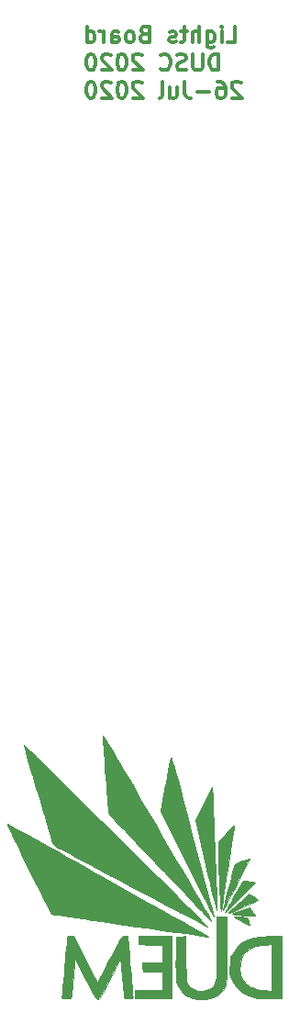
<source format=gbr>
G04 #@! TF.GenerationSoftware,KiCad,Pcbnew,(5.1.4-0-10_14)*
G04 #@! TF.CreationDate,2020-07-27T00:28:24+01:00*
G04 #@! TF.ProjectId,lightsBoard,6c696768-7473-4426-9f61-72642e6b6963,rev?*
G04 #@! TF.SameCoordinates,Original*
G04 #@! TF.FileFunction,Legend,Bot*
G04 #@! TF.FilePolarity,Positive*
%FSLAX46Y46*%
G04 Gerber Fmt 4.6, Leading zero omitted, Abs format (unit mm)*
G04 Created by KiCad (PCBNEW (5.1.4-0-10_14)) date 2020-07-27 00:28:24*
%MOMM*%
%LPD*%
G04 APERTURE LIST*
%ADD10C,0.300000*%
%ADD11C,0.010000*%
G04 APERTURE END LIST*
D10*
X100602714Y-52738571D02*
X101317000Y-52738571D01*
X101317000Y-51238571D01*
X100102714Y-52738571D02*
X100102714Y-51738571D01*
X100102714Y-51238571D02*
X100174142Y-51310000D01*
X100102714Y-51381428D01*
X100031285Y-51310000D01*
X100102714Y-51238571D01*
X100102714Y-51381428D01*
X98745571Y-51738571D02*
X98745571Y-52952857D01*
X98817000Y-53095714D01*
X98888428Y-53167142D01*
X99031285Y-53238571D01*
X99245571Y-53238571D01*
X99388428Y-53167142D01*
X98745571Y-52667142D02*
X98888428Y-52738571D01*
X99174142Y-52738571D01*
X99317000Y-52667142D01*
X99388428Y-52595714D01*
X99459857Y-52452857D01*
X99459857Y-52024285D01*
X99388428Y-51881428D01*
X99317000Y-51810000D01*
X99174142Y-51738571D01*
X98888428Y-51738571D01*
X98745571Y-51810000D01*
X98031285Y-52738571D02*
X98031285Y-51238571D01*
X97388428Y-52738571D02*
X97388428Y-51952857D01*
X97459857Y-51810000D01*
X97602714Y-51738571D01*
X97817000Y-51738571D01*
X97959857Y-51810000D01*
X98031285Y-51881428D01*
X96888428Y-51738571D02*
X96317000Y-51738571D01*
X96674142Y-51238571D02*
X96674142Y-52524285D01*
X96602714Y-52667142D01*
X96459857Y-52738571D01*
X96317000Y-52738571D01*
X95888428Y-52667142D02*
X95745571Y-52738571D01*
X95459857Y-52738571D01*
X95317000Y-52667142D01*
X95245571Y-52524285D01*
X95245571Y-52452857D01*
X95317000Y-52310000D01*
X95459857Y-52238571D01*
X95674142Y-52238571D01*
X95817000Y-52167142D01*
X95888428Y-52024285D01*
X95888428Y-51952857D01*
X95817000Y-51810000D01*
X95674142Y-51738571D01*
X95459857Y-51738571D01*
X95317000Y-51810000D01*
X92959857Y-51952857D02*
X92745571Y-52024285D01*
X92674142Y-52095714D01*
X92602714Y-52238571D01*
X92602714Y-52452857D01*
X92674142Y-52595714D01*
X92745571Y-52667142D01*
X92888428Y-52738571D01*
X93459857Y-52738571D01*
X93459857Y-51238571D01*
X92959857Y-51238571D01*
X92817000Y-51310000D01*
X92745571Y-51381428D01*
X92674142Y-51524285D01*
X92674142Y-51667142D01*
X92745571Y-51810000D01*
X92817000Y-51881428D01*
X92959857Y-51952857D01*
X93459857Y-51952857D01*
X91745571Y-52738571D02*
X91888428Y-52667142D01*
X91959857Y-52595714D01*
X92031285Y-52452857D01*
X92031285Y-52024285D01*
X91959857Y-51881428D01*
X91888428Y-51810000D01*
X91745571Y-51738571D01*
X91531285Y-51738571D01*
X91388428Y-51810000D01*
X91317000Y-51881428D01*
X91245571Y-52024285D01*
X91245571Y-52452857D01*
X91317000Y-52595714D01*
X91388428Y-52667142D01*
X91531285Y-52738571D01*
X91745571Y-52738571D01*
X89959857Y-52738571D02*
X89959857Y-51952857D01*
X90031285Y-51810000D01*
X90174142Y-51738571D01*
X90459857Y-51738571D01*
X90602714Y-51810000D01*
X89959857Y-52667142D02*
X90102714Y-52738571D01*
X90459857Y-52738571D01*
X90602714Y-52667142D01*
X90674142Y-52524285D01*
X90674142Y-52381428D01*
X90602714Y-52238571D01*
X90459857Y-52167142D01*
X90102714Y-52167142D01*
X89959857Y-52095714D01*
X89245571Y-52738571D02*
X89245571Y-51738571D01*
X89245571Y-52024285D02*
X89174142Y-51881428D01*
X89102714Y-51810000D01*
X88959857Y-51738571D01*
X88817000Y-51738571D01*
X87674142Y-52738571D02*
X87674142Y-51238571D01*
X87674142Y-52667142D02*
X87817000Y-52738571D01*
X88102714Y-52738571D01*
X88245571Y-52667142D01*
X88317000Y-52595714D01*
X88388428Y-52452857D01*
X88388428Y-52024285D01*
X88317000Y-51881428D01*
X88245571Y-51810000D01*
X88102714Y-51738571D01*
X87817000Y-51738571D01*
X87674142Y-51810000D01*
X99817000Y-55288571D02*
X99817000Y-53788571D01*
X99459857Y-53788571D01*
X99245571Y-53860000D01*
X99102714Y-54002857D01*
X99031285Y-54145714D01*
X98959857Y-54431428D01*
X98959857Y-54645714D01*
X99031285Y-54931428D01*
X99102714Y-55074285D01*
X99245571Y-55217142D01*
X99459857Y-55288571D01*
X99817000Y-55288571D01*
X98317000Y-53788571D02*
X98317000Y-55002857D01*
X98245571Y-55145714D01*
X98174142Y-55217142D01*
X98031285Y-55288571D01*
X97745571Y-55288571D01*
X97602714Y-55217142D01*
X97531285Y-55145714D01*
X97459857Y-55002857D01*
X97459857Y-53788571D01*
X96817000Y-55217142D02*
X96602714Y-55288571D01*
X96245571Y-55288571D01*
X96102714Y-55217142D01*
X96031285Y-55145714D01*
X95959857Y-55002857D01*
X95959857Y-54860000D01*
X96031285Y-54717142D01*
X96102714Y-54645714D01*
X96245571Y-54574285D01*
X96531285Y-54502857D01*
X96674142Y-54431428D01*
X96745571Y-54360000D01*
X96817000Y-54217142D01*
X96817000Y-54074285D01*
X96745571Y-53931428D01*
X96674142Y-53860000D01*
X96531285Y-53788571D01*
X96174142Y-53788571D01*
X95959857Y-53860000D01*
X94459857Y-55145714D02*
X94531285Y-55217142D01*
X94745571Y-55288571D01*
X94888428Y-55288571D01*
X95102714Y-55217142D01*
X95245571Y-55074285D01*
X95317000Y-54931428D01*
X95388428Y-54645714D01*
X95388428Y-54431428D01*
X95317000Y-54145714D01*
X95245571Y-54002857D01*
X95102714Y-53860000D01*
X94888428Y-53788571D01*
X94745571Y-53788571D01*
X94531285Y-53860000D01*
X94459857Y-53931428D01*
X92745571Y-53931428D02*
X92674142Y-53860000D01*
X92531285Y-53788571D01*
X92174142Y-53788571D01*
X92031285Y-53860000D01*
X91959857Y-53931428D01*
X91888428Y-54074285D01*
X91888428Y-54217142D01*
X91959857Y-54431428D01*
X92817000Y-55288571D01*
X91888428Y-55288571D01*
X90959857Y-53788571D02*
X90817000Y-53788571D01*
X90674142Y-53860000D01*
X90602714Y-53931428D01*
X90531285Y-54074285D01*
X90459857Y-54360000D01*
X90459857Y-54717142D01*
X90531285Y-55002857D01*
X90602714Y-55145714D01*
X90674142Y-55217142D01*
X90817000Y-55288571D01*
X90959857Y-55288571D01*
X91102714Y-55217142D01*
X91174142Y-55145714D01*
X91245571Y-55002857D01*
X91317000Y-54717142D01*
X91317000Y-54360000D01*
X91245571Y-54074285D01*
X91174142Y-53931428D01*
X91102714Y-53860000D01*
X90959857Y-53788571D01*
X89888428Y-53931428D02*
X89817000Y-53860000D01*
X89674142Y-53788571D01*
X89317000Y-53788571D01*
X89174142Y-53860000D01*
X89102714Y-53931428D01*
X89031285Y-54074285D01*
X89031285Y-54217142D01*
X89102714Y-54431428D01*
X89959857Y-55288571D01*
X89031285Y-55288571D01*
X88102714Y-53788571D02*
X87959857Y-53788571D01*
X87817000Y-53860000D01*
X87745571Y-53931428D01*
X87674142Y-54074285D01*
X87602714Y-54360000D01*
X87602714Y-54717142D01*
X87674142Y-55002857D01*
X87745571Y-55145714D01*
X87817000Y-55217142D01*
X87959857Y-55288571D01*
X88102714Y-55288571D01*
X88245571Y-55217142D01*
X88317000Y-55145714D01*
X88388428Y-55002857D01*
X88459857Y-54717142D01*
X88459857Y-54360000D01*
X88388428Y-54074285D01*
X88317000Y-53931428D01*
X88245571Y-53860000D01*
X88102714Y-53788571D01*
X101888428Y-56481428D02*
X101817000Y-56410000D01*
X101674142Y-56338571D01*
X101317000Y-56338571D01*
X101174142Y-56410000D01*
X101102714Y-56481428D01*
X101031285Y-56624285D01*
X101031285Y-56767142D01*
X101102714Y-56981428D01*
X101959857Y-57838571D01*
X101031285Y-57838571D01*
X99745571Y-56338571D02*
X100031285Y-56338571D01*
X100174142Y-56410000D01*
X100245571Y-56481428D01*
X100388428Y-56695714D01*
X100459857Y-56981428D01*
X100459857Y-57552857D01*
X100388428Y-57695714D01*
X100317000Y-57767142D01*
X100174142Y-57838571D01*
X99888428Y-57838571D01*
X99745571Y-57767142D01*
X99674142Y-57695714D01*
X99602714Y-57552857D01*
X99602714Y-57195714D01*
X99674142Y-57052857D01*
X99745571Y-56981428D01*
X99888428Y-56910000D01*
X100174142Y-56910000D01*
X100317000Y-56981428D01*
X100388428Y-57052857D01*
X100459857Y-57195714D01*
X98959857Y-57267142D02*
X97817000Y-57267142D01*
X96674142Y-56338571D02*
X96674142Y-57410000D01*
X96745571Y-57624285D01*
X96888428Y-57767142D01*
X97102714Y-57838571D01*
X97245571Y-57838571D01*
X95317000Y-56838571D02*
X95317000Y-57838571D01*
X95959857Y-56838571D02*
X95959857Y-57624285D01*
X95888428Y-57767142D01*
X95745571Y-57838571D01*
X95531285Y-57838571D01*
X95388428Y-57767142D01*
X95317000Y-57695714D01*
X94388428Y-57838571D02*
X94531285Y-57767142D01*
X94602714Y-57624285D01*
X94602714Y-56338571D01*
X92745571Y-56481428D02*
X92674142Y-56410000D01*
X92531285Y-56338571D01*
X92174142Y-56338571D01*
X92031285Y-56410000D01*
X91959857Y-56481428D01*
X91888428Y-56624285D01*
X91888428Y-56767142D01*
X91959857Y-56981428D01*
X92817000Y-57838571D01*
X91888428Y-57838571D01*
X90959857Y-56338571D02*
X90817000Y-56338571D01*
X90674142Y-56410000D01*
X90602714Y-56481428D01*
X90531285Y-56624285D01*
X90459857Y-56910000D01*
X90459857Y-57267142D01*
X90531285Y-57552857D01*
X90602714Y-57695714D01*
X90674142Y-57767142D01*
X90817000Y-57838571D01*
X90959857Y-57838571D01*
X91102714Y-57767142D01*
X91174142Y-57695714D01*
X91245571Y-57552857D01*
X91317000Y-57267142D01*
X91317000Y-56910000D01*
X91245571Y-56624285D01*
X91174142Y-56481428D01*
X91102714Y-56410000D01*
X90959857Y-56338571D01*
X89888428Y-56481428D02*
X89817000Y-56410000D01*
X89674142Y-56338571D01*
X89317000Y-56338571D01*
X89174142Y-56410000D01*
X89102714Y-56481428D01*
X89031285Y-56624285D01*
X89031285Y-56767142D01*
X89102714Y-56981428D01*
X89959857Y-57838571D01*
X89031285Y-57838571D01*
X88102714Y-56338571D02*
X87959857Y-56338571D01*
X87817000Y-56410000D01*
X87745571Y-56481428D01*
X87674142Y-56624285D01*
X87602714Y-56910000D01*
X87602714Y-57267142D01*
X87674142Y-57552857D01*
X87745571Y-57695714D01*
X87817000Y-57767142D01*
X87959857Y-57838571D01*
X88102714Y-57838571D01*
X88245571Y-57767142D01*
X88317000Y-57695714D01*
X88388428Y-57552857D01*
X88459857Y-57267142D01*
X88459857Y-56910000D01*
X88388428Y-56624285D01*
X88317000Y-56481428D01*
X88245571Y-56410000D01*
X88102714Y-56338571D01*
D11*
G36*
X97674172Y-124441918D02*
G01*
X98630442Y-128578459D01*
X98818426Y-129388934D01*
X98995808Y-130148524D01*
X99158809Y-130841410D01*
X99303652Y-131451773D01*
X99426558Y-131963796D01*
X99523748Y-132361659D01*
X99591446Y-132629545D01*
X99625871Y-132751636D01*
X99628578Y-132757333D01*
X99640281Y-132693947D01*
X99643350Y-132490746D01*
X99638033Y-132177013D01*
X99624581Y-131782034D01*
X99619202Y-131656666D01*
X99605009Y-131321244D01*
X99585921Y-130841634D01*
X99562874Y-130242884D01*
X99536807Y-129550039D01*
X99508660Y-128788144D01*
X99479371Y-127982246D01*
X99449879Y-127157391D01*
X99438338Y-126830666D01*
X99409297Y-126017882D01*
X99380143Y-125224826D01*
X99351785Y-124474653D01*
X99325131Y-123790517D01*
X99301091Y-123195572D01*
X99280574Y-122712971D01*
X99264488Y-122365871D01*
X99258859Y-122258666D01*
X99209002Y-121369666D01*
X97674172Y-124441918D01*
X97674172Y-124441918D01*
G37*
X97674172Y-124441918D02*
X98630442Y-128578459D01*
X98818426Y-129388934D01*
X98995808Y-130148524D01*
X99158809Y-130841410D01*
X99303652Y-131451773D01*
X99426558Y-131963796D01*
X99523748Y-132361659D01*
X99591446Y-132629545D01*
X99625871Y-132751636D01*
X99628578Y-132757333D01*
X99640281Y-132693947D01*
X99643350Y-132490746D01*
X99638033Y-132177013D01*
X99624581Y-131782034D01*
X99619202Y-131656666D01*
X99605009Y-131321244D01*
X99585921Y-130841634D01*
X99562874Y-130242884D01*
X99536807Y-129550039D01*
X99508660Y-128788144D01*
X99479371Y-127982246D01*
X99449879Y-127157391D01*
X99438338Y-126830666D01*
X99409297Y-126017882D01*
X99380143Y-125224826D01*
X99351785Y-124474653D01*
X99325131Y-123790517D01*
X99301091Y-123195572D01*
X99280574Y-122712971D01*
X99264488Y-122365871D01*
X99258859Y-122258666D01*
X99209002Y-121369666D01*
X97674172Y-124441918D01*
G36*
X101169453Y-124959952D02*
G01*
X101011898Y-125108515D01*
X100786397Y-125338124D01*
X100515580Y-125626334D01*
X100479214Y-125665857D01*
X99757381Y-126452224D01*
X99834883Y-129117945D01*
X99856172Y-129799873D01*
X99879224Y-130450286D01*
X99902921Y-131043589D01*
X99926149Y-131554186D01*
X99947791Y-131956482D01*
X99966732Y-132224880D01*
X99973026Y-132286750D01*
X100033667Y-132789834D01*
X100187110Y-131778750D01*
X100238247Y-131446570D01*
X100311707Y-130976048D01*
X100402937Y-130396028D01*
X100507380Y-129735355D01*
X100620481Y-129022872D01*
X100737684Y-128287424D01*
X100806186Y-127858964D01*
X100913944Y-127178714D01*
X101010886Y-126552935D01*
X101094196Y-126000897D01*
X101161058Y-125541870D01*
X101208655Y-125195125D01*
X101234172Y-124979931D01*
X101236432Y-124914876D01*
X101169453Y-124959952D01*
X101169453Y-124959952D01*
G37*
X101169453Y-124959952D02*
X101011898Y-125108515D01*
X100786397Y-125338124D01*
X100515580Y-125626334D01*
X100479214Y-125665857D01*
X99757381Y-126452224D01*
X99834883Y-129117945D01*
X99856172Y-129799873D01*
X99879224Y-130450286D01*
X99902921Y-131043589D01*
X99926149Y-131554186D01*
X99947791Y-131956482D01*
X99966732Y-132224880D01*
X99973026Y-132286750D01*
X100033667Y-132789834D01*
X100187110Y-131778750D01*
X100238247Y-131446570D01*
X100311707Y-130976048D01*
X100402937Y-130396028D01*
X100507380Y-129735355D01*
X100620481Y-129022872D01*
X100737684Y-128287424D01*
X100806186Y-127858964D01*
X100913944Y-127178714D01*
X101010886Y-126552935D01*
X101094196Y-126000897D01*
X101161058Y-125541870D01*
X101208655Y-125195125D01*
X101234172Y-124979931D01*
X101236432Y-124914876D01*
X101169453Y-124959952D01*
G36*
X102573700Y-127964232D02*
G01*
X102370758Y-128032111D01*
X102085959Y-128138027D01*
X101959700Y-128187293D01*
X101285598Y-128453673D01*
X101146709Y-129018003D01*
X101080128Y-129283168D01*
X100980292Y-129673911D01*
X100857040Y-130152056D01*
X100720210Y-130679421D01*
X100592210Y-131169833D01*
X100465388Y-131659336D01*
X100356976Y-132087599D01*
X100273060Y-132429746D01*
X100219726Y-132660907D01*
X100203059Y-132756207D01*
X100203792Y-132757333D01*
X100247526Y-132684886D01*
X100358755Y-132479501D01*
X100528090Y-132159116D01*
X100746140Y-131741666D01*
X101003517Y-131245087D01*
X101290831Y-130687314D01*
X101455885Y-130365500D01*
X101753980Y-129781229D01*
X102024413Y-129246957D01*
X102258175Y-128780819D01*
X102446255Y-128400949D01*
X102579645Y-128125482D01*
X102649335Y-127972552D01*
X102657295Y-127947289D01*
X102573700Y-127964232D01*
X102573700Y-127964232D01*
G37*
X102573700Y-127964232D02*
X102370758Y-128032111D01*
X102085959Y-128138027D01*
X101959700Y-128187293D01*
X101285598Y-128453673D01*
X101146709Y-129018003D01*
X101080128Y-129283168D01*
X100980292Y-129673911D01*
X100857040Y-130152056D01*
X100720210Y-130679421D01*
X100592210Y-131169833D01*
X100465388Y-131659336D01*
X100356976Y-132087599D01*
X100273060Y-132429746D01*
X100219726Y-132660907D01*
X100203059Y-132756207D01*
X100203792Y-132757333D01*
X100247526Y-132684886D01*
X100358755Y-132479501D01*
X100528090Y-132159116D01*
X100746140Y-131741666D01*
X101003517Y-131245087D01*
X101290831Y-130687314D01*
X101455885Y-130365500D01*
X101753980Y-129781229D01*
X102024413Y-129246957D01*
X102258175Y-128780819D01*
X102446255Y-128400949D01*
X102579645Y-128125482D01*
X102649335Y-127972552D01*
X102657295Y-127947289D01*
X102573700Y-127964232D01*
G36*
X101427979Y-131127500D02*
G01*
X101189982Y-131546026D01*
X100963390Y-131943688D01*
X100770194Y-132281949D01*
X100632385Y-132522270D01*
X100606676Y-132566833D01*
X100492890Y-132773070D01*
X100431613Y-132903249D01*
X100428751Y-132926666D01*
X100494508Y-132869402D01*
X100662543Y-132708771D01*
X100915770Y-132461518D01*
X101237103Y-132144386D01*
X101609459Y-131774117D01*
X101841828Y-131541856D01*
X103224730Y-130157045D01*
X102952115Y-130102522D01*
X102670836Y-130064480D01*
X102368605Y-130048017D01*
X102360341Y-130048000D01*
X102041181Y-130048000D01*
X101427979Y-131127500D01*
X101427979Y-131127500D01*
G37*
X101427979Y-131127500D02*
X101189982Y-131546026D01*
X100963390Y-131943688D01*
X100770194Y-132281949D01*
X100632385Y-132522270D01*
X100606676Y-132566833D01*
X100492890Y-132773070D01*
X100431613Y-132903249D01*
X100428751Y-132926666D01*
X100494508Y-132869402D01*
X100662543Y-132708771D01*
X100915770Y-132461518D01*
X101237103Y-132144386D01*
X101609459Y-131774117D01*
X101841828Y-131541856D01*
X103224730Y-130157045D01*
X102952115Y-130102522D01*
X102670836Y-130064480D01*
X102368605Y-130048017D01*
X102360341Y-130048000D01*
X102041181Y-130048000D01*
X101427979Y-131127500D01*
G36*
X101788590Y-131965697D02*
G01*
X101402056Y-132317691D01*
X101123742Y-132572127D01*
X100936679Y-132745468D01*
X100823897Y-132854182D01*
X100768428Y-132914734D01*
X100753303Y-132943589D01*
X100761553Y-132957214D01*
X100764421Y-132959486D01*
X100848460Y-132935841D01*
X101061383Y-132854723D01*
X101377009Y-132726693D01*
X101769156Y-132562314D01*
X102094480Y-132422934D01*
X102526245Y-132232449D01*
X102898898Y-132060634D01*
X103186468Y-131920063D01*
X103362984Y-131823314D01*
X103406813Y-131787472D01*
X103348097Y-131706340D01*
X103182403Y-131574560D01*
X103016035Y-131464856D01*
X102611736Y-131216394D01*
X101788590Y-131965697D01*
X101788590Y-131965697D01*
G37*
X101788590Y-131965697D02*
X101402056Y-132317691D01*
X101123742Y-132572127D01*
X100936679Y-132745468D01*
X100823897Y-132854182D01*
X100768428Y-132914734D01*
X100753303Y-132943589D01*
X100761553Y-132957214D01*
X100764421Y-132959486D01*
X100848460Y-132935841D01*
X101061383Y-132854723D01*
X101377009Y-132726693D01*
X101769156Y-132562314D01*
X102094480Y-132422934D01*
X102526245Y-132232449D01*
X102898898Y-132060634D01*
X103186468Y-131920063D01*
X103362984Y-131823314D01*
X103406813Y-131787472D01*
X103348097Y-131706340D01*
X103182403Y-131574560D01*
X103016035Y-131464856D01*
X102611736Y-131216394D01*
X101788590Y-131965697D01*
G36*
X101778039Y-132766970D02*
G01*
X101424312Y-132885829D01*
X101193679Y-132975815D01*
X101093446Y-133042998D01*
X101130919Y-133093451D01*
X101313401Y-133133244D01*
X101648198Y-133168450D01*
X102142615Y-133205138D01*
X102319640Y-133217106D01*
X102716873Y-133242139D01*
X102971889Y-133251261D01*
X103111317Y-133241403D01*
X103161786Y-133209498D01*
X103149923Y-133152478D01*
X103134419Y-133123246D01*
X103021843Y-132952902D01*
X102863776Y-132744593D01*
X102848111Y-132725324D01*
X102648516Y-132481648D01*
X101778039Y-132766970D01*
X101778039Y-132766970D01*
G37*
X101778039Y-132766970D02*
X101424312Y-132885829D01*
X101193679Y-132975815D01*
X101093446Y-133042998D01*
X101130919Y-133093451D01*
X101313401Y-133133244D01*
X101648198Y-133168450D01*
X102142615Y-133205138D01*
X102319640Y-133217106D01*
X102716873Y-133242139D01*
X102971889Y-133251261D01*
X103111317Y-133241403D01*
X103161786Y-133209498D01*
X103149923Y-133152478D01*
X103134419Y-133123246D01*
X103021843Y-132952902D01*
X102863776Y-132744593D01*
X102848111Y-132725324D01*
X102648516Y-132481648D01*
X101778039Y-132766970D01*
G36*
X95388550Y-118776332D02*
G01*
X95334293Y-119018835D01*
X95259171Y-119385142D01*
X95167453Y-119853775D01*
X95063407Y-120403254D01*
X94951302Y-121012102D01*
X94923571Y-121165232D01*
X94486706Y-123585464D01*
X96942776Y-128531232D01*
X97363320Y-129376663D01*
X97760038Y-130171441D01*
X98126840Y-130903548D01*
X98457640Y-131560965D01*
X98746349Y-132131674D01*
X98986879Y-132603655D01*
X99173142Y-132964891D01*
X99299050Y-133203363D01*
X99358516Y-133307052D01*
X99362247Y-133307666D01*
X99335686Y-133202744D01*
X99269651Y-132948925D01*
X99168050Y-132560996D01*
X99034788Y-132053742D01*
X98873775Y-131441948D01*
X98688917Y-130740402D01*
X98484121Y-129963888D01*
X98263296Y-129127192D01*
X98030348Y-128245101D01*
X97789184Y-127332399D01*
X97543713Y-126403872D01*
X97297842Y-125474307D01*
X97055477Y-124558489D01*
X96820527Y-123671204D01*
X96596899Y-122827237D01*
X96388499Y-122041374D01*
X96199237Y-121328402D01*
X96033018Y-120703105D01*
X95893750Y-120180270D01*
X95832026Y-119949111D01*
X95709760Y-119507815D01*
X95598488Y-119136050D01*
X95506514Y-118859271D01*
X95442146Y-118702938D01*
X95417673Y-118679111D01*
X95388550Y-118776332D01*
X95388550Y-118776332D01*
G37*
X95388550Y-118776332D02*
X95334293Y-119018835D01*
X95259171Y-119385142D01*
X95167453Y-119853775D01*
X95063407Y-120403254D01*
X94951302Y-121012102D01*
X94923571Y-121165232D01*
X94486706Y-123585464D01*
X96942776Y-128531232D01*
X97363320Y-129376663D01*
X97760038Y-130171441D01*
X98126840Y-130903548D01*
X98457640Y-131560965D01*
X98746349Y-132131674D01*
X98986879Y-132603655D01*
X99173142Y-132964891D01*
X99299050Y-133203363D01*
X99358516Y-133307052D01*
X99362247Y-133307666D01*
X99335686Y-133202744D01*
X99269651Y-132948925D01*
X99168050Y-132560996D01*
X99034788Y-132053742D01*
X98873775Y-131441948D01*
X98688917Y-130740402D01*
X98484121Y-129963888D01*
X98263296Y-129127192D01*
X98030348Y-128245101D01*
X97789184Y-127332399D01*
X97543713Y-126403872D01*
X97297842Y-125474307D01*
X97055477Y-124558489D01*
X96820527Y-123671204D01*
X96596899Y-122827237D01*
X96388499Y-122041374D01*
X96199237Y-121328402D01*
X96033018Y-120703105D01*
X95893750Y-120180270D01*
X95832026Y-119949111D01*
X95709760Y-119507815D01*
X95598488Y-119136050D01*
X95506514Y-118859271D01*
X95442146Y-118702938D01*
X95417673Y-118679111D01*
X95388550Y-118776332D01*
G36*
X89119323Y-116746873D02*
G01*
X89125581Y-116859874D01*
X89137895Y-117022718D01*
X89159943Y-117326269D01*
X89189710Y-117742309D01*
X89225184Y-118242619D01*
X89264350Y-118798980D01*
X89284289Y-119083666D01*
X89331752Y-119751040D01*
X89383809Y-120463714D01*
X89436570Y-121169704D01*
X89486144Y-121817024D01*
X89528642Y-122353689D01*
X89533129Y-122408776D01*
X89645807Y-123786552D01*
X89965196Y-124144442D01*
X90106780Y-124298706D01*
X90347136Y-124555648D01*
X90667807Y-124895752D01*
X91050339Y-125299500D01*
X91476275Y-125747377D01*
X91927160Y-126219865D01*
X91984126Y-126279444D01*
X92469881Y-126787605D01*
X92963173Y-127304075D01*
X93438680Y-127802312D01*
X93871081Y-128255774D01*
X94235054Y-128637918D01*
X94488108Y-128904110D01*
X94766479Y-129196811D01*
X95136733Y-129585246D01*
X95573566Y-130042917D01*
X96051672Y-130543325D01*
X96545748Y-131059972D01*
X96995347Y-131529666D01*
X97442768Y-131997293D01*
X97862398Y-132436714D01*
X98236931Y-132829742D01*
X98549059Y-133158188D01*
X98781475Y-133403863D01*
X98916873Y-133548579D01*
X98928847Y-133561666D01*
X99058910Y-133686385D01*
X99118757Y-133705634D01*
X99115919Y-133676587D01*
X99067265Y-133583242D01*
X98939567Y-133355079D01*
X98739356Y-133003399D01*
X98473161Y-132539502D01*
X98147514Y-131974689D01*
X97768946Y-131320261D01*
X97343987Y-130587517D01*
X96879168Y-129787759D01*
X96381021Y-128932288D01*
X95856074Y-128032404D01*
X95666370Y-127707587D01*
X95088237Y-126717889D01*
X94500744Y-125711967D01*
X93914588Y-124708152D01*
X93340469Y-123724772D01*
X92789085Y-122780157D01*
X92271134Y-121892637D01*
X91797313Y-121080541D01*
X91378322Y-120362198D01*
X91024859Y-119755939D01*
X90781150Y-119337666D01*
X90431106Y-118738411D01*
X90104918Y-118183397D01*
X89813090Y-117690235D01*
X89566122Y-117276532D01*
X89374517Y-116959898D01*
X89248776Y-116757943D01*
X89202442Y-116690540D01*
X89137419Y-116651725D01*
X89119323Y-116746873D01*
X89119323Y-116746873D01*
G37*
X89119323Y-116746873D02*
X89125581Y-116859874D01*
X89137895Y-117022718D01*
X89159943Y-117326269D01*
X89189710Y-117742309D01*
X89225184Y-118242619D01*
X89264350Y-118798980D01*
X89284289Y-119083666D01*
X89331752Y-119751040D01*
X89383809Y-120463714D01*
X89436570Y-121169704D01*
X89486144Y-121817024D01*
X89528642Y-122353689D01*
X89533129Y-122408776D01*
X89645807Y-123786552D01*
X89965196Y-124144442D01*
X90106780Y-124298706D01*
X90347136Y-124555648D01*
X90667807Y-124895752D01*
X91050339Y-125299500D01*
X91476275Y-125747377D01*
X91927160Y-126219865D01*
X91984126Y-126279444D01*
X92469881Y-126787605D01*
X92963173Y-127304075D01*
X93438680Y-127802312D01*
X93871081Y-128255774D01*
X94235054Y-128637918D01*
X94488108Y-128904110D01*
X94766479Y-129196811D01*
X95136733Y-129585246D01*
X95573566Y-130042917D01*
X96051672Y-130543325D01*
X96545748Y-131059972D01*
X96995347Y-131529666D01*
X97442768Y-131997293D01*
X97862398Y-132436714D01*
X98236931Y-132829742D01*
X98549059Y-133158188D01*
X98781475Y-133403863D01*
X98916873Y-133548579D01*
X98928847Y-133561666D01*
X99058910Y-133686385D01*
X99118757Y-133705634D01*
X99115919Y-133676587D01*
X99067265Y-133583242D01*
X98939567Y-133355079D01*
X98739356Y-133003399D01*
X98473161Y-132539502D01*
X98147514Y-131974689D01*
X97768946Y-131320261D01*
X97343987Y-130587517D01*
X96879168Y-129787759D01*
X96381021Y-128932288D01*
X95856074Y-128032404D01*
X95666370Y-127707587D01*
X95088237Y-126717889D01*
X94500744Y-125711967D01*
X93914588Y-124708152D01*
X93340469Y-123724772D01*
X92789085Y-122780157D01*
X92271134Y-121892637D01*
X91797313Y-121080541D01*
X91378322Y-120362198D01*
X91024859Y-119755939D01*
X90781150Y-119337666D01*
X90431106Y-118738411D01*
X90104918Y-118183397D01*
X89813090Y-117690235D01*
X89566122Y-117276532D01*
X89374517Y-116959898D01*
X89248776Y-116757943D01*
X89202442Y-116690540D01*
X89137419Y-116651725D01*
X89119323Y-116746873D01*
G36*
X101209304Y-133289847D02*
G01*
X101207295Y-133291149D01*
X101263044Y-133340129D01*
X101429939Y-133447604D01*
X101670019Y-133591817D01*
X101945325Y-133751007D01*
X102217896Y-133903415D01*
X102449771Y-134027281D01*
X102602990Y-134100846D01*
X102639290Y-134112000D01*
X102645112Y-134040843D01*
X102601933Y-133860219D01*
X102564587Y-133742791D01*
X102438785Y-133373583D01*
X101837689Y-133317717D01*
X101538720Y-133294085D01*
X101314265Y-133284163D01*
X101209304Y-133289847D01*
X101209304Y-133289847D01*
G37*
X101209304Y-133289847D02*
X101207295Y-133291149D01*
X101263044Y-133340129D01*
X101429939Y-133447604D01*
X101670019Y-133591817D01*
X101945325Y-133751007D01*
X102217896Y-133903415D01*
X102449771Y-134027281D01*
X102602990Y-134100846D01*
X102639290Y-134112000D01*
X102645112Y-134040843D01*
X102601933Y-133860219D01*
X102564587Y-133742791D01*
X102438785Y-133373583D01*
X101837689Y-133317717D01*
X101538720Y-133294085D01*
X101314265Y-133284163D01*
X101209304Y-133289847D01*
G36*
X81841608Y-117537070D02*
G01*
X81903731Y-117764397D01*
X82003956Y-118118630D01*
X82137071Y-118582107D01*
X82297863Y-119137167D01*
X82481120Y-119766146D01*
X82681629Y-120451382D01*
X82894178Y-121175214D01*
X83113554Y-121919978D01*
X83334545Y-122668012D01*
X83551938Y-123401655D01*
X83760522Y-124103244D01*
X83955083Y-124755116D01*
X84130409Y-125339610D01*
X84281287Y-125839063D01*
X84402506Y-126235812D01*
X84488852Y-126512196D01*
X84535114Y-126650552D01*
X84540229Y-126662243D01*
X84624283Y-126719690D01*
X84837517Y-126843916D01*
X85158996Y-127023348D01*
X85567786Y-127246412D01*
X86042952Y-127501534D01*
X86424326Y-127703805D01*
X86968635Y-127991324D01*
X87626098Y-128339089D01*
X88360363Y-128727843D01*
X89135074Y-129138327D01*
X89913878Y-129551284D01*
X90660422Y-129947456D01*
X90932000Y-130091672D01*
X91678944Y-130488264D01*
X92492133Y-130919782D01*
X93330740Y-131364576D01*
X94153935Y-131800997D01*
X94920889Y-132207396D01*
X95590772Y-132562122D01*
X95758000Y-132650623D01*
X96337980Y-132958052D01*
X96891907Y-133252691D01*
X97395478Y-133521533D01*
X97824386Y-133751573D01*
X98154326Y-133929804D01*
X98360995Y-134043220D01*
X98372778Y-134049838D01*
X98602625Y-134171050D01*
X98754975Y-134235209D01*
X98796111Y-134230499D01*
X98732884Y-134162374D01*
X98556549Y-133982656D01*
X98274513Y-133698709D01*
X97894178Y-133317897D01*
X97422951Y-132847585D01*
X96868235Y-132295135D01*
X96237435Y-131667913D01*
X95537956Y-130973282D01*
X94777203Y-130218607D01*
X93962579Y-129411251D01*
X93101491Y-128558578D01*
X92201341Y-127667953D01*
X91525781Y-127000000D01*
X90575062Y-126060235D01*
X89640159Y-125136064D01*
X88730170Y-124236482D01*
X87854195Y-123370486D01*
X87021333Y-122547075D01*
X86240684Y-121775243D01*
X85521347Y-121063990D01*
X84872421Y-120422310D01*
X84303005Y-119859202D01*
X83822199Y-119383662D01*
X83439102Y-119004687D01*
X83162814Y-118731274D01*
X83067970Y-118637365D01*
X82698438Y-118273709D01*
X82371406Y-117956367D01*
X82105127Y-117702682D01*
X81917855Y-117529998D01*
X81827844Y-117455657D01*
X81822800Y-117454311D01*
X81841608Y-117537070D01*
X81841608Y-117537070D01*
G37*
X81841608Y-117537070D02*
X81903731Y-117764397D01*
X82003956Y-118118630D01*
X82137071Y-118582107D01*
X82297863Y-119137167D01*
X82481120Y-119766146D01*
X82681629Y-120451382D01*
X82894178Y-121175214D01*
X83113554Y-121919978D01*
X83334545Y-122668012D01*
X83551938Y-123401655D01*
X83760522Y-124103244D01*
X83955083Y-124755116D01*
X84130409Y-125339610D01*
X84281287Y-125839063D01*
X84402506Y-126235812D01*
X84488852Y-126512196D01*
X84535114Y-126650552D01*
X84540229Y-126662243D01*
X84624283Y-126719690D01*
X84837517Y-126843916D01*
X85158996Y-127023348D01*
X85567786Y-127246412D01*
X86042952Y-127501534D01*
X86424326Y-127703805D01*
X86968635Y-127991324D01*
X87626098Y-128339089D01*
X88360363Y-128727843D01*
X89135074Y-129138327D01*
X89913878Y-129551284D01*
X90660422Y-129947456D01*
X90932000Y-130091672D01*
X91678944Y-130488264D01*
X92492133Y-130919782D01*
X93330740Y-131364576D01*
X94153935Y-131800997D01*
X94920889Y-132207396D01*
X95590772Y-132562122D01*
X95758000Y-132650623D01*
X96337980Y-132958052D01*
X96891907Y-133252691D01*
X97395478Y-133521533D01*
X97824386Y-133751573D01*
X98154326Y-133929804D01*
X98360995Y-134043220D01*
X98372778Y-134049838D01*
X98602625Y-134171050D01*
X98754975Y-134235209D01*
X98796111Y-134230499D01*
X98732884Y-134162374D01*
X98556549Y-133982656D01*
X98274513Y-133698709D01*
X97894178Y-133317897D01*
X97422951Y-132847585D01*
X96868235Y-132295135D01*
X96237435Y-131667913D01*
X95537956Y-130973282D01*
X94777203Y-130218607D01*
X93962579Y-129411251D01*
X93101491Y-128558578D01*
X92201341Y-127667953D01*
X91525781Y-127000000D01*
X90575062Y-126060235D01*
X89640159Y-125136064D01*
X88730170Y-124236482D01*
X87854195Y-123370486D01*
X87021333Y-122547075D01*
X86240684Y-121775243D01*
X85521347Y-121063990D01*
X84872421Y-120422310D01*
X84303005Y-119859202D01*
X83822199Y-119383662D01*
X83439102Y-119004687D01*
X83162814Y-118731274D01*
X83067970Y-118637365D01*
X82698438Y-118273709D01*
X82371406Y-117956367D01*
X82105127Y-117702682D01*
X81917855Y-117529998D01*
X81827844Y-117455657D01*
X81822800Y-117454311D01*
X81841608Y-117537070D01*
G36*
X80286453Y-124747992D02*
G01*
X80319552Y-124824082D01*
X80419242Y-125035267D01*
X80577295Y-125364733D01*
X80785484Y-125795667D01*
X81035581Y-126311255D01*
X81319360Y-126894684D01*
X81628594Y-127529140D01*
X81955055Y-128197810D01*
X82290516Y-128883880D01*
X82626749Y-129570538D01*
X82955528Y-130240968D01*
X83268626Y-130878359D01*
X83557814Y-131465895D01*
X83814867Y-131986765D01*
X84031556Y-132424154D01*
X84199654Y-132761249D01*
X84310935Y-132981237D01*
X84357172Y-133067303D01*
X84357409Y-133067579D01*
X84441134Y-133082502D01*
X84673616Y-133118797D01*
X85036015Y-133173652D01*
X85509491Y-133244259D01*
X86075202Y-133327806D01*
X86714309Y-133421484D01*
X87376000Y-133517841D01*
X88154827Y-133630911D01*
X89060929Y-133762464D01*
X90054007Y-133906649D01*
X91093761Y-134057614D01*
X92139891Y-134209509D01*
X93152096Y-134356482D01*
X94090078Y-134492681D01*
X94149334Y-134501286D01*
X95159457Y-134647945D01*
X96014864Y-134772054D01*
X96728414Y-134875406D01*
X97312966Y-134959794D01*
X97781377Y-135027012D01*
X98146507Y-135078854D01*
X98421215Y-135117114D01*
X98618358Y-135143585D01*
X98750795Y-135160060D01*
X98831384Y-135168334D01*
X98872985Y-135170200D01*
X98888456Y-135167452D01*
X98890667Y-135162666D01*
X98860004Y-135138686D01*
X98763998Y-135078871D01*
X98596621Y-134979827D01*
X98351847Y-134838157D01*
X98023650Y-134650467D01*
X97606002Y-134413361D01*
X97092879Y-134123445D01*
X96478252Y-133777322D01*
X95756095Y-133371599D01*
X94920381Y-132902878D01*
X93965085Y-132367766D01*
X92884180Y-131762867D01*
X91671638Y-131084786D01*
X90321433Y-130330128D01*
X89281000Y-129748813D01*
X88805863Y-129483243D01*
X88209168Y-129149520D01*
X87517071Y-128762283D01*
X86755727Y-128336171D01*
X85951291Y-127885825D01*
X85129918Y-127425885D01*
X84317764Y-126970989D01*
X83863825Y-126716676D01*
X83154344Y-126319880D01*
X82491113Y-125950338D01*
X81888490Y-125615950D01*
X81360830Y-125324617D01*
X80922492Y-125084241D01*
X80587832Y-124902722D01*
X80371207Y-124787961D01*
X80286975Y-124747860D01*
X80286453Y-124747992D01*
X80286453Y-124747992D01*
G37*
X80286453Y-124747992D02*
X80319552Y-124824082D01*
X80419242Y-125035267D01*
X80577295Y-125364733D01*
X80785484Y-125795667D01*
X81035581Y-126311255D01*
X81319360Y-126894684D01*
X81628594Y-127529140D01*
X81955055Y-128197810D01*
X82290516Y-128883880D01*
X82626749Y-129570538D01*
X82955528Y-130240968D01*
X83268626Y-130878359D01*
X83557814Y-131465895D01*
X83814867Y-131986765D01*
X84031556Y-132424154D01*
X84199654Y-132761249D01*
X84310935Y-132981237D01*
X84357172Y-133067303D01*
X84357409Y-133067579D01*
X84441134Y-133082502D01*
X84673616Y-133118797D01*
X85036015Y-133173652D01*
X85509491Y-133244259D01*
X86075202Y-133327806D01*
X86714309Y-133421484D01*
X87376000Y-133517841D01*
X88154827Y-133630911D01*
X89060929Y-133762464D01*
X90054007Y-133906649D01*
X91093761Y-134057614D01*
X92139891Y-134209509D01*
X93152096Y-134356482D01*
X94090078Y-134492681D01*
X94149334Y-134501286D01*
X95159457Y-134647945D01*
X96014864Y-134772054D01*
X96728414Y-134875406D01*
X97312966Y-134959794D01*
X97781377Y-135027012D01*
X98146507Y-135078854D01*
X98421215Y-135117114D01*
X98618358Y-135143585D01*
X98750795Y-135160060D01*
X98831384Y-135168334D01*
X98872985Y-135170200D01*
X98888456Y-135167452D01*
X98890667Y-135162666D01*
X98860004Y-135138686D01*
X98763998Y-135078871D01*
X98596621Y-134979827D01*
X98351847Y-134838157D01*
X98023650Y-134650467D01*
X97606002Y-134413361D01*
X97092879Y-134123445D01*
X96478252Y-133777322D01*
X95756095Y-133371599D01*
X94920381Y-132902878D01*
X93965085Y-132367766D01*
X92884180Y-131762867D01*
X91671638Y-131084786D01*
X90321433Y-130330128D01*
X89281000Y-129748813D01*
X88805863Y-129483243D01*
X88209168Y-129149520D01*
X87517071Y-128762283D01*
X86755727Y-128336171D01*
X85951291Y-127885825D01*
X85129918Y-127425885D01*
X84317764Y-126970989D01*
X83863825Y-126716676D01*
X83154344Y-126319880D01*
X82491113Y-125950338D01*
X81888490Y-125615950D01*
X81360830Y-125324617D01*
X80922492Y-125084241D01*
X80587832Y-124902722D01*
X80371207Y-124787961D01*
X80286975Y-124747860D01*
X80286453Y-124747992D01*
G36*
X92456000Y-135884940D02*
G01*
X93535500Y-135908637D01*
X94615000Y-135932333D01*
X94663466Y-137583333D01*
X92785389Y-137583333D01*
X92811195Y-137985500D01*
X92837000Y-138387666D01*
X94657334Y-138435728D01*
X94657334Y-140123333D01*
X92117334Y-140123333D01*
X92117334Y-140885333D01*
X95504000Y-140885333D01*
X95504000Y-135128000D01*
X92456000Y-135128000D01*
X92456000Y-135884940D01*
X92456000Y-135884940D01*
G37*
X92456000Y-135884940D02*
X93535500Y-135908637D01*
X94615000Y-135932333D01*
X94663466Y-137583333D01*
X92785389Y-137583333D01*
X92811195Y-137985500D01*
X92837000Y-138387666D01*
X94657334Y-138435728D01*
X94657334Y-140123333D01*
X92117334Y-140123333D01*
X92117334Y-140885333D01*
X95504000Y-140885333D01*
X95504000Y-135128000D01*
X92456000Y-135128000D01*
X92456000Y-135884940D01*
G36*
X104584500Y-135129004D02*
G01*
X103714068Y-135167313D01*
X102981376Y-135285002D01*
X102371186Y-135488852D01*
X101868258Y-135785643D01*
X101457352Y-136182157D01*
X101134747Y-136663954D01*
X101011814Y-136910638D01*
X100933403Y-137141905D01*
X100887050Y-137413634D01*
X100860287Y-137781704D01*
X100854105Y-137922000D01*
X100841975Y-138304369D01*
X100849342Y-138572716D01*
X100886441Y-138782097D01*
X100963506Y-138987569D01*
X101090773Y-139244189D01*
X101104995Y-139271590D01*
X101497784Y-139851982D01*
X102005486Y-140309672D01*
X102618298Y-140636496D01*
X102834973Y-140712100D01*
X103127986Y-140790279D01*
X103435013Y-140841959D01*
X103800933Y-140871725D01*
X104270622Y-140884165D01*
X104529919Y-140885333D01*
X105664000Y-140885333D01*
X105664000Y-140147202D01*
X104732667Y-140147202D01*
X104004017Y-140101743D01*
X103568410Y-140061005D01*
X103232984Y-139991282D01*
X102929051Y-139876115D01*
X102800337Y-139813345D01*
X102345373Y-139504473D01*
X102028697Y-139108025D01*
X101842264Y-138611020D01*
X101783526Y-138172669D01*
X101792353Y-137632419D01*
X101896601Y-137195199D01*
X102110041Y-136815686D01*
X102245926Y-136651055D01*
X102668919Y-136304932D01*
X103217470Y-136065772D01*
X103895388Y-135932032D01*
X104056174Y-135917069D01*
X104732667Y-135864901D01*
X104732667Y-140147202D01*
X105664000Y-140147202D01*
X105664000Y-135128000D01*
X104584500Y-135129004D01*
X104584500Y-135129004D01*
G37*
X104584500Y-135129004D02*
X103714068Y-135167313D01*
X102981376Y-135285002D01*
X102371186Y-135488852D01*
X101868258Y-135785643D01*
X101457352Y-136182157D01*
X101134747Y-136663954D01*
X101011814Y-136910638D01*
X100933403Y-137141905D01*
X100887050Y-137413634D01*
X100860287Y-137781704D01*
X100854105Y-137922000D01*
X100841975Y-138304369D01*
X100849342Y-138572716D01*
X100886441Y-138782097D01*
X100963506Y-138987569D01*
X101090773Y-139244189D01*
X101104995Y-139271590D01*
X101497784Y-139851982D01*
X102005486Y-140309672D01*
X102618298Y-140636496D01*
X102834973Y-140712100D01*
X103127986Y-140790279D01*
X103435013Y-140841959D01*
X103800933Y-140871725D01*
X104270622Y-140884165D01*
X104529919Y-140885333D01*
X105664000Y-140885333D01*
X105664000Y-140147202D01*
X104732667Y-140147202D01*
X104004017Y-140101743D01*
X103568410Y-140061005D01*
X103232984Y-139991282D01*
X102929051Y-139876115D01*
X102800337Y-139813345D01*
X102345373Y-139504473D01*
X102028697Y-139108025D01*
X101842264Y-138611020D01*
X101783526Y-138172669D01*
X101792353Y-137632419D01*
X101896601Y-137195199D01*
X102110041Y-136815686D01*
X102245926Y-136651055D01*
X102668919Y-136304932D01*
X103217470Y-136065772D01*
X103895388Y-135932032D01*
X104056174Y-135917069D01*
X104732667Y-135864901D01*
X104732667Y-140147202D01*
X105664000Y-140147202D01*
X105664000Y-135128000D01*
X104584500Y-135129004D01*
G36*
X91013695Y-135136018D02*
G01*
X90913343Y-135177055D01*
X90813419Y-135276586D01*
X90692260Y-135460083D01*
X90528200Y-135753022D01*
X90398070Y-135995833D01*
X90192371Y-136385520D01*
X89937268Y-136874315D01*
X89659752Y-137410204D01*
X89386815Y-137941175D01*
X89276105Y-138157926D01*
X88616561Y-139452186D01*
X86421607Y-135128000D01*
X86136804Y-135128000D01*
X85945411Y-135133537D01*
X85853433Y-135147082D01*
X85852000Y-135149210D01*
X85844509Y-135235467D01*
X85823255Y-135470378D01*
X85790067Y-135833981D01*
X85746772Y-136306316D01*
X85695199Y-136867423D01*
X85637178Y-137497340D01*
X85598000Y-137921999D01*
X85536645Y-138589810D01*
X85480625Y-139205591D01*
X85431788Y-139748563D01*
X85391981Y-140197943D01*
X85363052Y-140532950D01*
X85346847Y-140732802D01*
X85344000Y-140779456D01*
X85426028Y-140852303D01*
X85671679Y-140883896D01*
X85763497Y-140885333D01*
X86014073Y-140878816D01*
X86144230Y-140839994D01*
X86202849Y-140739961D01*
X86228807Y-140610166D01*
X86246466Y-140464463D01*
X86275116Y-140183910D01*
X86311720Y-139802412D01*
X86353244Y-139353869D01*
X86396651Y-138872186D01*
X86438905Y-138391264D01*
X86476970Y-137945007D01*
X86507809Y-137567316D01*
X86528387Y-137292094D01*
X86533874Y-137203594D01*
X86571210Y-137252142D01*
X86673986Y-137433327D01*
X86832173Y-137728202D01*
X87035742Y-138117818D01*
X87274663Y-138583226D01*
X87507904Y-139043833D01*
X87821387Y-139661376D01*
X88071235Y-140140291D01*
X88266002Y-140495124D01*
X88414246Y-140740422D01*
X88524521Y-140890729D01*
X88605383Y-140960592D01*
X88640874Y-140970000D01*
X88711852Y-140937274D01*
X88809042Y-140829311D01*
X88941337Y-140631435D01*
X89117633Y-140328968D01*
X89346821Y-139907232D01*
X89637797Y-139351550D01*
X89731103Y-139170833D01*
X89993377Y-138659763D01*
X90230338Y-138194409D01*
X90430650Y-137797324D01*
X90582978Y-137491061D01*
X90675989Y-137298175D01*
X90699143Y-137244666D01*
X90731885Y-137225970D01*
X90768717Y-137361789D01*
X90810065Y-137655429D01*
X90856353Y-138110192D01*
X90908006Y-138729382D01*
X90933294Y-139065000D01*
X90968833Y-139525457D01*
X91004946Y-139952147D01*
X91037865Y-140303102D01*
X91063820Y-140536359D01*
X91068240Y-140567833D01*
X91108566Y-140767237D01*
X91184715Y-140858652D01*
X91350677Y-140884152D01*
X91475665Y-140885333D01*
X91705954Y-140876994D01*
X91853242Y-140856083D01*
X91873930Y-140846515D01*
X91881100Y-140752342D01*
X91872952Y-140522676D01*
X91851304Y-140190486D01*
X91817972Y-139788743D01*
X91812092Y-139724681D01*
X91772014Y-139285828D01*
X91722154Y-138728144D01*
X91666912Y-138101538D01*
X91610692Y-137455918D01*
X91561614Y-136884833D01*
X91411792Y-135128000D01*
X91136142Y-135128000D01*
X91013695Y-135136018D01*
X91013695Y-135136018D01*
G37*
X91013695Y-135136018D02*
X90913343Y-135177055D01*
X90813419Y-135276586D01*
X90692260Y-135460083D01*
X90528200Y-135753022D01*
X90398070Y-135995833D01*
X90192371Y-136385520D01*
X89937268Y-136874315D01*
X89659752Y-137410204D01*
X89386815Y-137941175D01*
X89276105Y-138157926D01*
X88616561Y-139452186D01*
X86421607Y-135128000D01*
X86136804Y-135128000D01*
X85945411Y-135133537D01*
X85853433Y-135147082D01*
X85852000Y-135149210D01*
X85844509Y-135235467D01*
X85823255Y-135470378D01*
X85790067Y-135833981D01*
X85746772Y-136306316D01*
X85695199Y-136867423D01*
X85637178Y-137497340D01*
X85598000Y-137921999D01*
X85536645Y-138589810D01*
X85480625Y-139205591D01*
X85431788Y-139748563D01*
X85391981Y-140197943D01*
X85363052Y-140532950D01*
X85346847Y-140732802D01*
X85344000Y-140779456D01*
X85426028Y-140852303D01*
X85671679Y-140883896D01*
X85763497Y-140885333D01*
X86014073Y-140878816D01*
X86144230Y-140839994D01*
X86202849Y-140739961D01*
X86228807Y-140610166D01*
X86246466Y-140464463D01*
X86275116Y-140183910D01*
X86311720Y-139802412D01*
X86353244Y-139353869D01*
X86396651Y-138872186D01*
X86438905Y-138391264D01*
X86476970Y-137945007D01*
X86507809Y-137567316D01*
X86528387Y-137292094D01*
X86533874Y-137203594D01*
X86571210Y-137252142D01*
X86673986Y-137433327D01*
X86832173Y-137728202D01*
X87035742Y-138117818D01*
X87274663Y-138583226D01*
X87507904Y-139043833D01*
X87821387Y-139661376D01*
X88071235Y-140140291D01*
X88266002Y-140495124D01*
X88414246Y-140740422D01*
X88524521Y-140890729D01*
X88605383Y-140960592D01*
X88640874Y-140970000D01*
X88711852Y-140937274D01*
X88809042Y-140829311D01*
X88941337Y-140631435D01*
X89117633Y-140328968D01*
X89346821Y-139907232D01*
X89637797Y-139351550D01*
X89731103Y-139170833D01*
X89993377Y-138659763D01*
X90230338Y-138194409D01*
X90430650Y-137797324D01*
X90582978Y-137491061D01*
X90675989Y-137298175D01*
X90699143Y-137244666D01*
X90731885Y-137225970D01*
X90768717Y-137361789D01*
X90810065Y-137655429D01*
X90856353Y-138110192D01*
X90908006Y-138729382D01*
X90933294Y-139065000D01*
X90968833Y-139525457D01*
X91004946Y-139952147D01*
X91037865Y-140303102D01*
X91063820Y-140536359D01*
X91068240Y-140567833D01*
X91108566Y-140767237D01*
X91184715Y-140858652D01*
X91350677Y-140884152D01*
X91475665Y-140885333D01*
X91705954Y-140876994D01*
X91853242Y-140856083D01*
X91873930Y-140846515D01*
X91881100Y-140752342D01*
X91872952Y-140522676D01*
X91851304Y-140190486D01*
X91817972Y-139788743D01*
X91812092Y-139724681D01*
X91772014Y-139285828D01*
X91722154Y-138728144D01*
X91666912Y-138101538D01*
X91610692Y-137455918D01*
X91561614Y-136884833D01*
X91411792Y-135128000D01*
X91136142Y-135128000D01*
X91013695Y-135136018D01*
G36*
X99652667Y-136165725D02*
G01*
X99650188Y-136877796D01*
X99643127Y-137536164D01*
X99632044Y-138119813D01*
X99617503Y-138607726D01*
X99600063Y-138978886D01*
X99580288Y-139212276D01*
X99569668Y-139270852D01*
X99384292Y-139646068D01*
X99093008Y-139922460D01*
X98727957Y-140099272D01*
X98321276Y-140175744D01*
X97905106Y-140151120D01*
X97511586Y-140024641D01*
X97172856Y-139795549D01*
X96921055Y-139463086D01*
X96864054Y-139334654D01*
X96834499Y-139169000D01*
X96809955Y-138853043D01*
X96791189Y-138405762D01*
X96778969Y-137846135D01*
X96774061Y-137193140D01*
X96774000Y-137107730D01*
X96774000Y-135119150D01*
X96329500Y-135144742D01*
X95885000Y-135170333D01*
X95862125Y-137032516D01*
X95858848Y-137697244D01*
X95865552Y-138287967D01*
X95881485Y-138779824D01*
X95905894Y-139147954D01*
X95931995Y-139341453D01*
X96123869Y-139864454D01*
X96455065Y-140317041D01*
X96899552Y-140665316D01*
X96983861Y-140711377D01*
X97428927Y-140869694D01*
X97961912Y-140951940D01*
X98518158Y-140955489D01*
X99033007Y-140877716D01*
X99263739Y-140803931D01*
X99781820Y-140514801D01*
X100184582Y-140103821D01*
X100358921Y-139827000D01*
X100406791Y-139732348D01*
X100445694Y-139631731D01*
X100476734Y-139507045D01*
X100501015Y-139340183D01*
X100519642Y-139113039D01*
X100533718Y-138807508D01*
X100544349Y-138405484D01*
X100552639Y-137888861D01*
X100559691Y-137239533D01*
X100566611Y-136439396D01*
X100566776Y-136419166D01*
X100591885Y-133350000D01*
X99652667Y-133350000D01*
X99652667Y-136165725D01*
X99652667Y-136165725D01*
G37*
X99652667Y-136165725D02*
X99650188Y-136877796D01*
X99643127Y-137536164D01*
X99632044Y-138119813D01*
X99617503Y-138607726D01*
X99600063Y-138978886D01*
X99580288Y-139212276D01*
X99569668Y-139270852D01*
X99384292Y-139646068D01*
X99093008Y-139922460D01*
X98727957Y-140099272D01*
X98321276Y-140175744D01*
X97905106Y-140151120D01*
X97511586Y-140024641D01*
X97172856Y-139795549D01*
X96921055Y-139463086D01*
X96864054Y-139334654D01*
X96834499Y-139169000D01*
X96809955Y-138853043D01*
X96791189Y-138405762D01*
X96778969Y-137846135D01*
X96774061Y-137193140D01*
X96774000Y-137107730D01*
X96774000Y-135119150D01*
X96329500Y-135144742D01*
X95885000Y-135170333D01*
X95862125Y-137032516D01*
X95858848Y-137697244D01*
X95865552Y-138287967D01*
X95881485Y-138779824D01*
X95905894Y-139147954D01*
X95931995Y-139341453D01*
X96123869Y-139864454D01*
X96455065Y-140317041D01*
X96899552Y-140665316D01*
X96983861Y-140711377D01*
X97428927Y-140869694D01*
X97961912Y-140951940D01*
X98518158Y-140955489D01*
X99033007Y-140877716D01*
X99263739Y-140803931D01*
X99781820Y-140514801D01*
X100184582Y-140103821D01*
X100358921Y-139827000D01*
X100406791Y-139732348D01*
X100445694Y-139631731D01*
X100476734Y-139507045D01*
X100501015Y-139340183D01*
X100519642Y-139113039D01*
X100533718Y-138807508D01*
X100544349Y-138405484D01*
X100552639Y-137888861D01*
X100559691Y-137239533D01*
X100566611Y-136439396D01*
X100566776Y-136419166D01*
X100591885Y-133350000D01*
X99652667Y-133350000D01*
X99652667Y-136165725D01*
M02*

</source>
